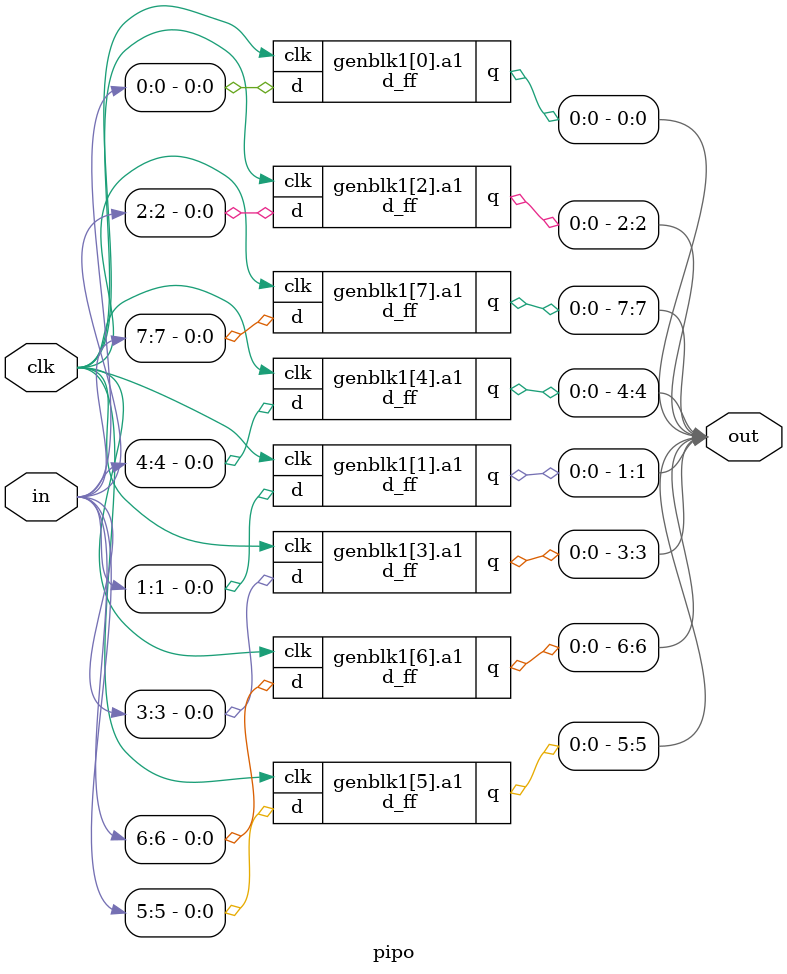
<source format=v>
module d_ff( input clk,d,
             output reg q
    );
    always@(posedge clk)
    q<=d;
endmodule

module pipo #(parameter Bitwidth=8)(input [Bitwidth-1:0] in,
                                     input clk,output [Bitwidth-1:0] out);
 generate
genvar i;
for (i = 0; i < Bitwidth; i = i + 1) begin
d_ff a1(clk,in[i],out[i]);
end
endgenerate        
                                      
endmodule

</source>
